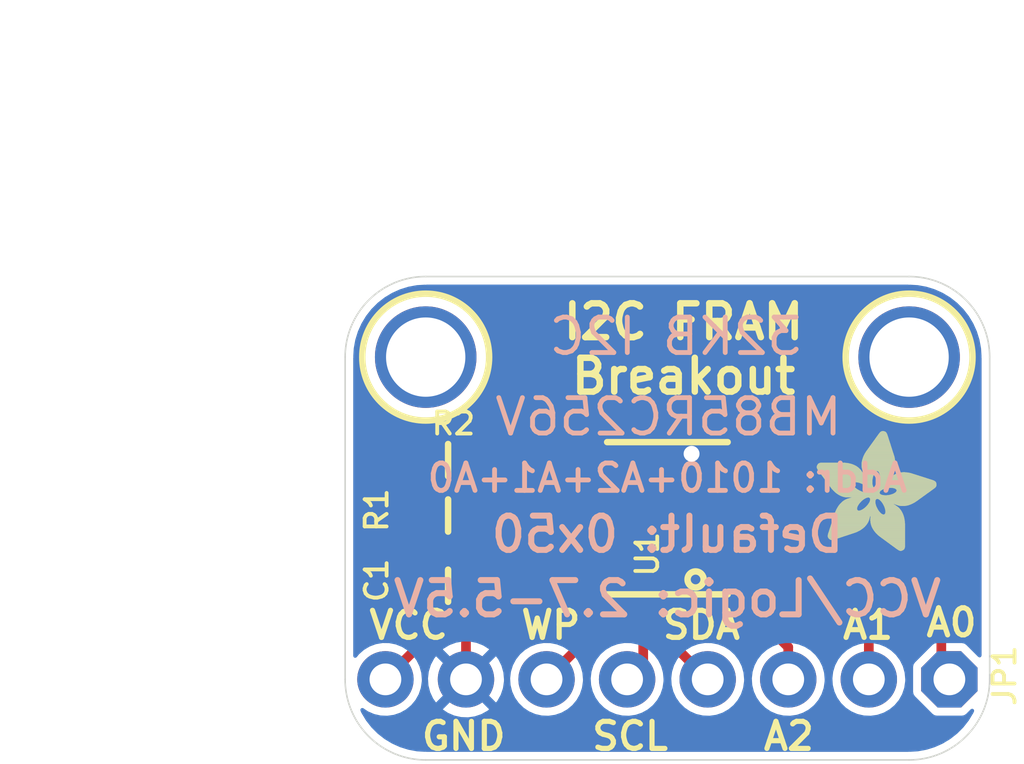
<source format=kicad_pcb>
(kicad_pcb (version 20211014) (generator pcbnew)
  (layers (0 "F.Cu" signal) (31 "B.Cu" signal) (34 "B.Paste" user) (35 "F.Paste" user) (36 "B.SilkS" user "B.Silkscreen") (37 "F.SilkS" user "F.Silkscreen") (38 "B.Mask" user) (39 "F.Mask" user) (44 "Edge.Cuts" user))
  (net 0 "")
  (net 1 "VCC")
  (net 2 "GND")
  (net 3 "SCL")
  (net 4 "SDA")
  (net 5 "WP")
  (net 6 "A0")
  (net 7 "A1")
  (net 8 "A2")
  (footprint "eagleBoard:1X08_ROUND_70" (layer "F.Cu") (at 148.5011 110.0836 180)
    (fp_text reference "JP1" (at -10.6288 1.1362 90) (layer "F.SilkS") (effects (font (size 0.692831 0.692831) (thickness 0.119969)) (justify right)))
    (fp_text value "")
    (pad "1" thru_hole roundrect (at -8.89 0 270) (size 1.778 1.778) (drill 1) (layers *.Cu *.Mask) (chamfer_ratio 0.2928932188) (chamfer top_left top_right bottom_left bottom_right) (net 6 "A0"))
    (pad "2" thru_hole circle (at -6.35 0 270) (size 1.778 1.778) (drill 1) (layers *.Cu *.Mask) (net 7 "A1"))
    (pad "3" thru_hole circle (at -3.81 0 270) (size 1.778 1.778) (drill 1) (layers *.Cu *.Mask) (net 8 "A2"))
    (pad "4" thru_hole circle (at -1.27 0 270) (size 1.778 1.778) (drill 1) (layers *.Cu *.Mask) (net 4 "SDA"))
    (pad "5" thru_hole circle (at 1.27 0 270) (size 1.778 1.778) (drill 1) (layers *.Cu *.Mask) (net 3 "SCL"))
    (pad "6" thru_hole circle (at 3.81 0 270) (size 1.778 1.778) (drill 1) (layers *.Cu *.Mask) (net 5 "WP"))
    (pad "7" thru_hole circle (at 6.35 0 270) (size 1.778 1.778) (drill 1) (layers *.Cu *.Mask) (net 2 "GND"))
    (pad "8" thru_hole circle (at 8.89 0 270) (size 1.778 1.778) (drill 1) (layers *.Cu *.Mask) (net 1 "VCC"))
  )
  (footprint "eagleBoard:_0805MP" (layer "F.Cu") (at 141.5871 107.1316)
    (fp_text reference "C1" (at -2.2525 0.5875 90) (layer "F.SilkS") (effects (font (size 0.692831 0.692831) (thickness 0.119969)) (justify left)))
    (fp_text value "10uF")
    (pad "1" smd rect (at -1.016 0) (size 1.2 1.3) (layers "F.Cu" "F.Paste" "F.Mask") (net 1 "VCC"))
    (pad "2" smd rect (at 1.016 0) (size 1.2 1.3) (layers "F.Cu" "F.Paste" "F.Mask") (net 2 "GND"))
  )
  (footprint "eagleBoard:_0805MP" (layer "F.Cu") (at 141.5871 104.9176 180)
    (fp_text reference "R1" (at 2.2525 -0.5875 90) (layer "F.SilkS") (effects (font (size 0.692831 0.692831) (thickness 0.119969)) (justify left)))
    (fp_text value "10K")
    (pad "1" smd rect (at -1.016 0 180) (size 1.2 1.3) (layers "F.Cu" "F.Paste" "F.Mask") (net 3 "SCL"))
    (pad "2" smd rect (at 1.016 0 180) (size 1.2 1.3) (layers "F.Cu" "F.Paste" "F.Mask") (net 1 "VCC"))
  )
  (footprint "eagleBoard:SOIC8_208MIL" (layer "F.Cu") (at 148.5011 105.0036 90)
    (fp_text reference "U1" (at -1.905 -0.635 90) (layer "F.SilkS") (effects (font (size 0.692831 0.692831) (thickness 0.119969)) (justify left)))
    (fp_text value "MB85RC256VPF-G-JNERE2")
    (pad "1" smd rect (at -1.905 3.315 90) (size 0.6 2.2) (layers "F.Cu" "F.Paste" "F.Mask") (net 6 "A0"))
    (pad "2" smd rect (at -0.635 3.315 90) (size 0.6 2.2) (layers "F.Cu" "F.Paste" "F.Mask") (net 7 "A1"))
    (pad "3" smd rect (at 0.635 3.315 90) (size 0.6 2.2) (layers "F.Cu" "F.Paste" "F.Mask") (net 8 "A2"))
    (pad "4" smd rect (at 1.905 3.315 90) (size 0.6 2.2) (layers "F.Cu" "F.Paste" "F.Mask") (net 2 "GND"))
    (pad "5" smd rect (at 1.905 -3.315 90) (size 0.6 2.2) (layers "F.Cu" "F.Paste" "F.Mask") (net 4 "SDA"))
    (pad "6" smd rect (at 0.635 -3.315 90) (size 0.6 2.2) (layers "F.Cu" "F.Paste" "F.Mask") (net 3 "SCL"))
    (pad "7" smd rect (at -0.635 -3.315 90) (size 0.6 2.2) (layers "F.Cu" "F.Paste" "F.Mask") (net 5 "WP"))
    (pad "8" smd rect (at -1.905 -3.315 90) (size 0.6 2.2) (layers "F.Cu" "F.Paste" "F.Mask") (net 1 "VCC"))
  )
  (footprint "eagleBoard:MOUNTINGHOLE_2.5_PLATED" (layer "F.Cu") (at 156.1211 99.9236)
    (fp_text reference "U$6" hide)
    (fp_text value "MOUNTINGHOLE2.5" hide)
    (pad "P$1" thru_hole circle (at 0 0) (size 3.2 3.2) (drill 2.5) (layers *.Cu *.Mask))
    (zone (net 0) (net_name "") (layer "B.Cu") (connect_pads (clearance 0)) (min_thickness 0.254)
      (keepout (tracks not_allowed) (vias not_allowed) (pads not_allowed) (copperpour not_allowed) (footprints allowed))
      (fill (thermal_gap 0.508) (thermal_bridge_width 0.508))
      (polygon (pts (xy 158.1371 99.9236) (xy 158.106472 99.573525) (xy 158.01552 99.234087) (xy 157.867007 98.9156) (xy 157.665446 98.62774) (xy 157.41696 98.379254) (xy 157.1291 98.177693) (xy 156.810613 98.02918) (xy 156.471175 97.938228) (xy 156.1211 97.9076) (xy 155.771025 97.938228) (xy 155.431587 98.02918) (xy 155.1131 98.177693) (xy 154.82524 98.379254) (xy 154.576754 98.62774) (xy 154.375193 98.9156) (xy 154.22668 99.234087) (xy 154.135728 99.573525) (xy 154.1051 99.9236) (xy 154.135728 100.273675) (xy 154.22668 100.613113) (xy 154.375193 100.9316) (xy 154.576754 101.21946) (xy 154.82524 101.467946) (xy 155.1131 101.669507) (xy 155.431587 101.81802) (xy 155.771025 101.908972) (xy 156.1211 101.9396) (xy 156.471175 101.908972) (xy 156.810613 101.81802) (xy 157.1291 101.669507) (xy 157.41696 101.467946) (xy 157.665446 101.21946) (xy 157.867007 100.9316) (xy 158.01552 100.613113) (xy 158.106472 100.273675)))
      (polygon (pts (xy 156.1051 99.9236) (xy 156.105343 99.926378) (xy 156.106065 99.929072) (xy 156.107244 99.9316) (xy 156.108843 99.933885) (xy 156.110815 99.935857) (xy 156.1131 99.937456) (xy 156.115628 99.938635) (xy 156.118322 99.939357) (xy 156.1211 99.9396) (xy 156.123878 99.939357) (xy 156.126572 99.938635) (xy 156.1291 99.937456) (xy 156.131385 99.935857) (xy 156.133357 99.933885) (xy 156.134956 99.9316) (xy 156.136135 99.929072) (xy 156.136857 99.926378) (xy 156.1371 99.9236) (xy 156.136857 99.920822) (xy 156.136135 99.918128) (xy 156.134956 99.9156) (xy 156.133357 99.913315) (xy 156.131385 99.911343) (xy 156.1291 99.909744) (xy 156.126572 99.908565) (xy 156.123878 99.907843) (xy 156.1211 99.9076) (xy 156.118322 99.907843) (xy 156.115628 99.908565) (xy 156.1131 99.909744) (xy 156.110815 99.911343) (xy 156.108843 99.913315) (xy 156.107244 99.9156) (xy 156.106065 99.918128) (xy 156.105343 99.920822)))
    )
  )
  (footprint "eagleBoard:FIDUCIAL_1MM" (layer "F.Cu") (at 143.6311 101.5276)
    (fp_text reference "FID1" hide)
    (fp_text value "FIDUCIAL\"\"" hide)
    (pad "1" smd roundrect (at 0 0) (size 1 1) (layers "F.Cu" "F.Mask") (roundrect_rratio 0.5))
  )
  (footprint "eagleBoard:_0805MP" (layer "F.Cu") (at 141.5871 103.1716 180)
    (fp_text reference "R2" (at 0.5875 1.1525) (layer "F.SilkS") (effects (font (size 0.692831 0.692831) (thickness 0.119969)) (justify left)))
    (fp_text value "10K")
    (pad "1" smd rect (at -1.016 0 180) (size 1.2 1.3) (layers "F.Cu" "F.Paste" "F.Mask") (net 4 "SDA"))
    (pad "2" smd rect (at 1.016 0 180) (size 1.2 1.3) (layers "F.Cu" "F.Paste" "F.Mask") (net 1 "VCC"))
  )
  (footprint "eagleBoard:MOUNTINGHOLE_2.5_PLATED" (layer "F.Cu") (at 140.8811 99.9236)
    (fp_text reference "U$5" hide)
    (fp_text value "MOUNTINGHOLE2.5" hide)
    (pad "P$1" thru_hole circle (at 0 0) (size 3.2 3.2) (drill 2.5) (layers *.Cu *.Mask))
    (zone (net 0) (net_name "") (layer "B.Cu") (connect_pads (clearance 0)) (min_thickness 0.254)
      (keepout (tracks not_allowed) (vias not_allowed) (pads not_allowed) (copperpour not_allowed) (footprints allowed))
      (fill (thermal_gap 0.508) (thermal_bridge_width 0.508))
      (polygon (pts (xy 142.8971 99.9236) (xy 142.866472 99.573525) (xy 142.77552 99.234087) (xy 142.627007 98.9156) (xy 142.425446 98.62774) (xy 142.17696 98.379254) (xy 141.8891 98.177693) (xy 141.570613 98.02918) (xy 141.231175 97.938228) (xy 140.8811 97.9076) (xy 140.531025 97.938228) (xy 140.191587 98.02918) (xy 139.8731 98.177693) (xy 139.58524 98.379254) (xy 139.336754 98.62774) (xy 139.135193 98.9156) (xy 138.98668 99.234087) (xy 138.895728 99.573525) (xy 138.8651 99.9236) (xy 138.895728 100.273675) (xy 138.98668 100.613113) (xy 139.135193 100.9316) (xy 139.336754 101.21946) (xy 139.58524 101.467946) (xy 139.8731 101.669507) (xy 140.191587 101.81802) (xy 140.531025 101.908972) (xy 140.8811 101.9396) (xy 141.231175 101.908972) (xy 141.570613 101.81802) (xy 141.8891 101.669507) (xy 142.17696 101.467946) (xy 142.425446 101.21946) (xy 142.627007 100.9316) (xy 142.77552 100.613113) (xy 142.866472 100.273675)))
      (polygon (pts (xy 140.8651 99.9236) (xy 140.865343 99.926378) (xy 140.866065 99.929072) (xy 140.867244 99.9316) (xy 140.868843 99.933885) (xy 140.870815 99.935857) (xy 140.8731 99.937456) (xy 140.875628 99.938635) (xy 140.878322 99.939357) (xy 140.8811 99.9396) (xy 140.883878 99.939357) (xy 140.886572 99.938635) (xy 140.8891 99.937456) (xy 140.891385 99.935857) (xy 140.893357 99.933885) (xy 140.894956 99.9316) (xy 140.896135 99.929072) (xy 140.896857 99.926378) (xy 140.8971 99.9236) (xy 140.896857 99.920822) (xy 140.896135 99.918128) (xy 140.894956 99.9156) (xy 140.893357 99.913315) (xy 140.891385 99.911343) (xy 140.8891 99.909744) (xy 140.886572 99.908565) (xy 140.883878 99.907843) (xy 140.8811 99.9076) (xy 140.878322 99.907843) (xy 140.875628 99.908565) (xy 140.8731 99.909744) (xy 140.870815 99.911343) (xy 140.868843 99.913315) (xy 140.867244 99.9156) (xy 140.866065 99.918128) (xy 140.865343 99.920822)))
    )
  )
  (footprint "eagleBoard:ADAFRUIT_3.5MM" (layer "F.Cu") (at 153.1911 106.0496)
    (fp_text reference "U$4" hide)
    (fp_text value "" hide)
  )
  (footprint "eagleBoard:FIDUCIAL_1MM" (layer "F.Cu") (at 157.2211 106.3436)
    (fp_text reference "FID2" hide)
    (fp_text value "FIDUCIAL\"\"" hide)
    (pad "1" smd roundrect (at 0 0) (size 1 1) (layers "F.Cu" "F.Mask") (roundrect_rratio 0.5))
  )
  (gr_arc (start 156.1211 97.3836) (mid 157.917151 98.127549) (end 158.6611 99.9236) (layer "Edge.Cuts") (width 0.05))
  (gr_arc (start 138.3411 99.9236) (mid 139.085049 98.127549) (end 140.8811 97.3836) (layer "Edge.Cuts") (width 0.05))
  (gr_line (start 156.1211 97.3836) (end 140.8811 97.3836) (layer "Edge.Cuts") (width 0.05))
  (gr_arc (start 140.8811 112.6236) (mid 139.085049 111.879651) (end 138.3411 110.0836) (layer "Edge.Cuts") (width 0.05))
  (gr_line (start 140.8811 112.6236) (end 156.1211 112.6236) (layer "Edge.Cuts") (width 0.05))
  (gr_arc (start 158.6611 110.0836) (mid 157.917151 111.879651) (end 156.1211 112.6236) (layer "Edge.Cuts") (width 0.05))
  (gr_line (start 158.6611 110.0836) (end 158.6611 99.9236) (layer "Edge.Cuts") (width 0.05))
  (gr_line (start 138.3411 99.9236) (end 138.3411 110.0836) (layer "Edge.Cuts") (width 0.05))
  (gr_text "32KB I2C" (at 152.8191 99.9236) (layer "B.SilkS") (effects (font (size 1.1176 1.1176) (thickness 0.1524)) (justify left bottom mirror)))
  (gr_text "Default: 0x50" (at 148.5011 105.5116) (layer "B.SilkS") (effects (font (size 1.0795 1.0795) (thickness 0.1905)) (justify mirror)))
  (gr_text "MB85RC256V" (at 154.0891 102.4636) (layer "B.SilkS") (effects (font (size 1.1176 1.1176) (thickness 0.1524)) (justify left bottom mirror)))
  (gr_text "VCC/Logic: 2.7-5.5V" (at 148.5011 107.5436) (layer "B.SilkS") (effects (font (size 1.0795 1.0795) (thickness 0.1905)) (justify mirror)))
  (gr_text "Addr: 1010+A2+A1+A0" (at 148.5011 103.7336) (layer "B.SilkS") (effects (font (size 0.8636 0.8636) (thickness 0.1524)) (justify mirror)))
  (gr_text "SCL" (at 147.3251 111.8736) (layer "F.SilkS") (effects (font (size 0.85344 0.85344) (thickness 0.16256))))
  (gr_text "A2" (at 152.3291 111.8736) (layer "F.SilkS") (effects (font (size 0.85344 0.85344) (thickness 0.16256))))
  (gr_text "A1" (at 154.8251 108.3736) (layer "F.SilkS") (effects (font (size 0.85344 0.85344) (thickness 0.16256))))
  (gr_text "VCC" (at 140.3411 108.3736) (layer "F.SilkS") (effects (font (size 0.85344 0.85344) (thickness 0.16256))))
  (gr_text "GND" (at 142.0791 111.8736) (layer "F.SilkS") (effects (font (size 0.85344 0.85344) (thickness 0.16256))))
  (gr_text "WP" (at 144.8251 108.3736) (layer "F.SilkS") (effects (font (size 0.85344 0.85344) (thickness 0.16256))))
  (gr_text "I2C FRAM\nBreakout" (at 149.0091 99.6696) (layer "F.SilkS") (effects (font (size 1.0668 1.0668) (thickness 0.2032))))
  (gr_text "A0" (at 157.4571 108.2936) (layer "F.SilkS") (effects (font (size 0.85344 0.85344) (thickness 0.16256))))
  (gr_text "SDA" (at 149.5751 108.3736) (layer "F.SilkS") (effects (font (size 0.85344 0.85344) (thickness 0.16256))))
  (segment (start 140.5711 106.0196) (end 140.5711 107.1316) (width 0.3048) (layer "F.Cu") (net 1))
  (segment (start 140.5711 109.1236) (end 140.5711 107.1316) (width 0.3048) (layer "F.Cu") (net 1))
  (segment (start 139.6111 110.0836) (end 140.5711 109.1236) (width 0.3048) (layer "F.Cu") (net 1))
  (segment (start 140.5711 104.9176) (end 140.5711 106.0196) (width 0.3048) (layer "F.Cu") (net 1))
  (segment (start 143.4211 106.0196) (end 140.5711 106.0196) (width 0.3048) (layer "F.Cu") (net 1))
  (segment (start 140.5711 103.1716) (end 140.5711 104.9176) (width 0.3048) (layer "F.Cu") (net 1))
  (segment (start 145.1861 106.9086) (end 144.3101 106.9086) (width 0.3048) (layer "F.Cu") (net 1))
  (segment (start 144.3101 106.9086) (end 143.4211 106.0196) (width 0.3048) (layer "F.Cu") (net 1))
  (segment (start 149.3901 103.0986) (end 149.2631 102.9716) (width 0.3048) (layer "F.Cu") (net 2))
  (segment (start 142.1511 107.5836) (end 142.1511 110.0836) (width 0.3048) (layer "F.Cu") (net 2))
  (segment (start 151.8161 103.0986) (end 149.3901 103.0986) (width 0.3048) (layer "F.Cu") (net 2))
  (segment (start 142.6031 107.1316) (end 142.1511 107.5836) (width 0.3048) (layer "F.Cu") (net 2))
  (via (at 149.2631 102.9716) (size 0.9064) (drill 0.5) (layers "F.Cu" "B.Cu") (net 2))
  (segment (start 149.2631 102.9716) (end 148.7551 102.9716) (width 0.3048) (layer "B.Cu") (net 2))
  (segment (start 146.7231 104.4956) (end 145.3131 104.4956) (width 0.3048) (layer "F.Cu") (net 3))
  (segment (start 147.2311 110.0836) (end 147.7391 109.5756) (width 0.3048) (layer "F.Cu") (net 3))
  (segment (start 142.6031 104.9176) (end 143.2531 105.1716) (width 0.3048) (layer "F.Cu") (net 3))
  (segment (start 147.7391 109.5756) (end 147.7391 105.5116) (width 0.3048) (layer "F.Cu") (net 3))
  (segment (start 145.3131 104.4956) (end 145.1861 104.3686) (width 0.3048) (layer "F.Cu") (net 3))
  (segment (start 143.2531 105.1716) (end 144.0561 104.3686) (width 0.3048) (layer "F.Cu") (net 3))
  (segment (start 144.0561 104.3686) (end 145.1861 104.3686) (width 0.3048) (layer "F.Cu") (net 3))
  (segment (start 147.7391 105.5116) (end 146.7231 104.4956) (width 0.3048) (layer "F.Cu") (net 3))
  (segment (start 148.5011 104.7496) (end 146.8501 103.0986) (width 0.3048) (layer "F.Cu") (net 4))
  (segment (start 146.8501 103.0986) (end 145.1861 103.0986) (width 0.3048) (layer "F.Cu") (net 4))
  (segment (start 142.6031 103.1716) (end 142.6031 103.0986) (width 0.3048) (layer "F.Cu") (net 4))
  (segment (start 148.5011 108.8136) (end 148.5011 104.7496) (width 0.3048) (layer "F.Cu") (net 4))
  (segment (start 149.7711 110.0836) (end 148.5011 108.8136) (width 0.3048) (layer "F.Cu") (net 4))
  (segment (start 142.6031 103.0986) (end 145.1861 103.0986) (width 0.3048) (layer "F.Cu") (net 4))
  (segment (start 147.2311 106.2736) (end 146.5961 105.6386) (width 0.3048) (layer "F.Cu") (net 5))
  (segment (start 146.5961 105.6386) (end 145.1861 105.6386) (width 0.3048) (layer "F.Cu") (net 5))
  (segment (start 147.2311 107.5436) (end 147.2311 106.2736) (width 0.3048) (layer "F.Cu") (net 5))
  (segment (start 144.6911 110.0836) (end 147.2311 107.5436) (width 0.3048) (layer "F.Cu") (net 5))
  (segment (start 157.1371 108.3056) (end 157.1371 109.8296) (width 0.3048) (layer "F.Cu") (net 6))
  (segment (start 151.8161 106.9086) (end 155.7401 106.9086) (width 0.3048) (layer "F.Cu") (net 6))
  (segment (start 155.7401 106.9086) (end 157.1371 108.3056) (width 0.3048) (layer "F.Cu") (net 6))
  (segment (start 157.1371 109.8296) (end 157.3911 110.0836) (width 0.3048) (layer "F.Cu") (net 6))
  (segment (start 150.0251 107.2896) (end 150.5331 107.7976) (width 0.3048) (layer "F.Cu") (net 7))
  (segment (start 150.0251 106.2736) (end 150.0251 107.2896) (width 0.3048) (layer "F.Cu") (net 7))
  (segment (start 151.8161 105.6386) (end 150.6601 105.6386) (width 0.3048) (layer "F.Cu") (net 7))
  (segment (start 150.5331 107.7976) (end 154.0891 107.7976) (width 0.3048) (layer "F.Cu") (net 7))
  (segment (start 150.6601 105.6386) (end 150.0251 106.2736) (width 0.3048) (layer "F.Cu") (net 7))
  (segment (start 154.8511 108.5596) (end 154.8511 110.0836) (width 0.3048) (layer "F.Cu") (net 7))
  (segment (start 154.0891 107.7976) (end 154.8511 108.5596) (width 0.3048) (layer "F.Cu") (net 7))
  (segment (start 149.7711 108.3056) (end 151.5491 108.3056) (width 0.3048) (layer "F.Cu") (net 8))
  (segment (start 151.1681 104.3686) (end 149.2631 106.2736) (width 0.3048) (layer "F.Cu") (net 8))
  (segment (start 151.5491 108.3056) (end 152.3111 109.0676) (width 0.3048) (layer "F.Cu") (net 8))
  (segment (start 149.2631 107.7976) (end 149.7711 108.3056) (width 0.3048) (layer "F.Cu") (net 8))
  (segment (start 152.3111 109.0676) (end 152.3111 110.0836) (width 0.3048) (layer "F.Cu") (net 8))
  (segment (start 151.8161 104.3686) (end 151.1681 104.3686) (width 0.3048) (layer "F.Cu") (net 8))
  (segment (start 149.2631 106.2736) (end 149.2631 107.7976) (width 0.3048) (layer "F.Cu") (net 8))
  (zone (net 2) (net_name "GND") (layer "B.Cu") (priority 6) (connect_pads (clearance 0.254)) (min_thickness 0.127) (fill yes (thermal_gap 0.304) (thermal_bridge_width 0.304))
    (polygon (pts (xy 158.6741 112.7506) (xy 138.2141 112.7506) (xy 138.2141 96.2266) (xy 158.6741 96.2266)))
  )
)
</source>
